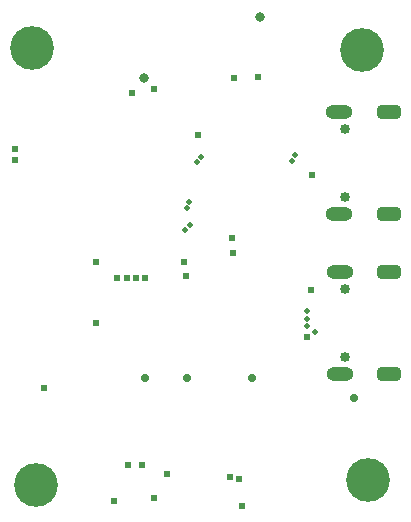
<source format=gbs>
G04*
G04 #@! TF.GenerationSoftware,Altium Limited,Altium Designer,23.4.1 (23)*
G04*
G04 Layer_Color=16711935*
%FSLAX44Y44*%
%MOMM*%
G71*
G04*
G04 #@! TF.SameCoordinates,D1F9F651-E120-4EB1-B4AC-D2E1D016148F*
G04*
G04*
G04 #@! TF.FilePolarity,Negative*
G04*
G01*
G75*
G04:AMPARAMS|DCode=42|XSize=2.0032mm|YSize=1.2032mm|CornerRadius=0.3516mm|HoleSize=0mm|Usage=FLASHONLY|Rotation=180.000|XOffset=0mm|YOffset=0mm|HoleType=Round|Shape=RoundedRectangle|*
%AMROUNDEDRECTD42*
21,1,2.0032,0.5000,0,0,180.0*
21,1,1.3000,1.2032,0,0,180.0*
1,1,0.7032,-0.6500,0.2500*
1,1,0.7032,0.6500,0.2500*
1,1,0.7032,0.6500,-0.2500*
1,1,0.7032,-0.6500,-0.2500*
%
%ADD42ROUNDEDRECTD42*%
%ADD43O,2.3032X1.2032*%
%ADD44C,0.8532*%
%ADD45C,3.7032*%
%ADD46C,0.7032*%
%ADD47C,0.6032*%
%ADD48C,0.5032*%
%ADD49C,0.8032*%
D42*
X1752092Y479786D02*
D03*
Y566186D02*
D03*
X1751838Y615168D02*
D03*
Y701568D02*
D03*
D43*
X1710292Y479786D02*
D03*
Y566186D02*
D03*
X1710038Y615168D02*
D03*
Y701568D02*
D03*
D44*
X1715292Y551886D02*
D03*
Y494086D02*
D03*
X1715038Y687268D02*
D03*
Y629468D02*
D03*
D45*
X1734058Y389890D02*
D03*
X1449578Y755650D02*
D03*
X1729486Y753872D02*
D03*
X1453642Y385572D02*
D03*
D46*
X1545590Y475996D02*
D03*
X1581150D02*
D03*
X1636014D02*
D03*
X1722120Y458978D02*
D03*
D47*
X1521968Y560578D02*
D03*
X1530096D02*
D03*
X1538224Y560832D02*
D03*
X1545590Y561086D02*
D03*
X1620146Y582302D02*
D03*
X1686306Y550418D02*
D03*
X1619250Y594614D02*
D03*
X1580642Y562864D02*
D03*
X1578864Y574294D02*
D03*
X1503906Y522958D02*
D03*
X1435608Y660908D02*
D03*
X1435354Y669798D02*
D03*
X1459992Y467360D02*
D03*
X1627886Y367792D02*
D03*
X1519428Y371856D02*
D03*
X1552956Y374904D02*
D03*
X1531366Y402590D02*
D03*
X1543304Y402336D02*
D03*
X1564132Y394462D02*
D03*
X1534922Y717550D02*
D03*
X1682750Y510540D02*
D03*
X1553210Y720598D02*
D03*
X1641094Y730758D02*
D03*
X1621282Y730504D02*
D03*
X1590802Y682244D02*
D03*
X1686814Y647954D02*
D03*
X1504188Y574294D02*
D03*
X1617218Y392176D02*
D03*
X1625346Y390398D02*
D03*
D48*
X1579674Y601449D02*
D03*
X1683004Y532638D02*
D03*
X1689862Y515112D02*
D03*
X1582674Y625348D02*
D03*
X1581150Y619760D02*
D03*
X1593195Y663047D02*
D03*
X1589278Y659130D02*
D03*
X1682750Y525732D02*
D03*
Y520192D02*
D03*
X1583591Y605366D02*
D03*
X1672844Y664718D02*
D03*
X1670050Y659638D02*
D03*
D49*
X1544574Y729742D02*
D03*
X1643126Y782066D02*
D03*
M02*

</source>
